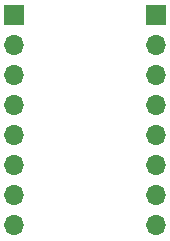
<source format=gbl>
G04 #@! TF.GenerationSoftware,KiCad,Pcbnew,(5.1.5)-3*
G04 #@! TF.CreationDate,2020-08-07T02:09:01-04:00*
G04 #@! TF.ProjectId,SOIC-16,534f4943-2d31-4362-9e6b-696361645f70,rev?*
G04 #@! TF.SameCoordinates,Original*
G04 #@! TF.FileFunction,Copper,L2,Bot*
G04 #@! TF.FilePolarity,Positive*
%FSLAX46Y46*%
G04 Gerber Fmt 4.6, Leading zero omitted, Abs format (unit mm)*
G04 Created by KiCad (PCBNEW (5.1.5)-3) date 2020-08-07 02:09:01*
%MOMM*%
%LPD*%
G04 APERTURE LIST*
%ADD10O,1.700000X1.700000*%
%ADD11R,1.700000X1.700000*%
G04 APERTURE END LIST*
D10*
X131300000Y-91480000D03*
X131300000Y-88940000D03*
X131300000Y-86400000D03*
X131300000Y-83860000D03*
X131300000Y-81320000D03*
X131300000Y-78780000D03*
X131300000Y-76240000D03*
D11*
X131300000Y-73700000D03*
D10*
X119300000Y-91480000D03*
X119300000Y-88940000D03*
X119300000Y-86400000D03*
X119300000Y-83860000D03*
X119300000Y-81320000D03*
X119300000Y-78780000D03*
X119300000Y-76240000D03*
D11*
X119300000Y-73700000D03*
M02*

</source>
